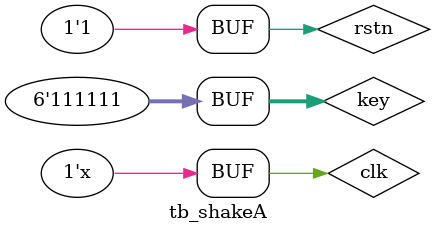
<source format=v>
`timescale 1ns / 1ps
module tb_shakeA();
reg          clk  ;
reg          rstn ;
reg   [5:0]  key  ;
wire  [5:0]  shape;
always#10 clk <= !clk;
initial begin
    clk = 0;
    rstn = 0;
    key = ~0;
    #100;
    rstn = 1;#500;
    key[0] = 0;#1000;
    key[0] = 1;
end
shakeA shakeA(
    .clk    (clk  ),  //input             clk  ,
    .rstn   (rstn ),  //input             rstn ,
    .key    (key  ),  //input      [3:0]  key  ,
    .shape  (shape)   //output reg [3:0]  shape 
);
defparam shakeA.num = 20;
 
endmodule

</source>
